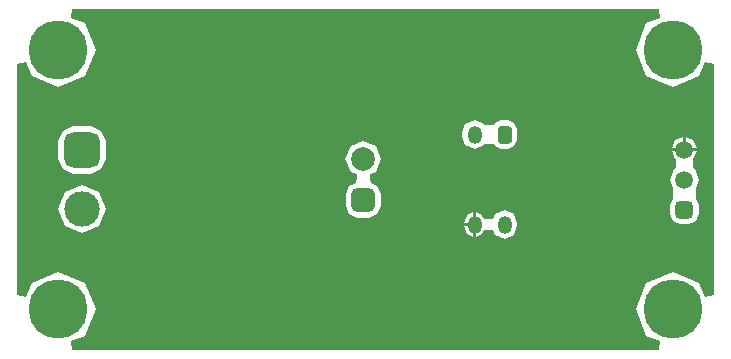
<source format=gbl>
G04*
G04 #@! TF.GenerationSoftware,Altium Limited,Altium Designer,21.2.1 (34)*
G04*
G04 Layer_Physical_Order=2*
G04 Layer_Color=16711680*
%FSTAX24Y24*%
%MOIN*%
G70*
G04*
G04 #@! TF.SameCoordinates,4D214268-C68C-41DA-8F6C-8B02532A8417*
G04*
G04*
G04 #@! TF.FilePolarity,Positive*
G04*
G01*
G75*
%ADD38O,0.0472X0.0591*%
G04:AMPARAMS|DCode=39|XSize=59.1mil|YSize=47.2mil|CornerRadius=11.8mil|HoleSize=0mil|Usage=FLASHONLY|Rotation=270.000|XOffset=0mil|YOffset=0mil|HoleType=Round|Shape=RoundedRectangle|*
%AMROUNDEDRECTD39*
21,1,0.0591,0.0236,0,0,270.0*
21,1,0.0354,0.0472,0,0,270.0*
1,1,0.0236,-0.0118,-0.0177*
1,1,0.0236,-0.0118,0.0177*
1,1,0.0236,0.0118,0.0177*
1,1,0.0236,0.0118,-0.0177*
%
%ADD39ROUNDEDRECTD39*%
G04:AMPARAMS|DCode=40|XSize=118.1mil|YSize=118.1mil|CornerRadius=29.5mil|HoleSize=0mil|Usage=FLASHONLY|Rotation=90.000|XOffset=0mil|YOffset=0mil|HoleType=Round|Shape=RoundedRectangle|*
%AMROUNDEDRECTD40*
21,1,0.1181,0.0591,0,0,90.0*
21,1,0.0591,0.1181,0,0,90.0*
1,1,0.0591,0.0295,0.0295*
1,1,0.0591,0.0295,-0.0295*
1,1,0.0591,-0.0295,-0.0295*
1,1,0.0591,-0.0295,0.0295*
%
%ADD40ROUNDEDRECTD40*%
%ADD41C,0.1181*%
G04:AMPARAMS|DCode=42|XSize=78.7mil|YSize=78.7mil|CornerRadius=19.7mil|HoleSize=0mil|Usage=FLASHONLY|Rotation=270.000|XOffset=0mil|YOffset=0mil|HoleType=Round|Shape=RoundedRectangle|*
%AMROUNDEDRECTD42*
21,1,0.0787,0.0394,0,0,270.0*
21,1,0.0394,0.0787,0,0,270.0*
1,1,0.0394,-0.0197,-0.0197*
1,1,0.0394,-0.0197,0.0197*
1,1,0.0394,0.0197,0.0197*
1,1,0.0394,0.0197,-0.0197*
%
%ADD42ROUNDEDRECTD42*%
%ADD43C,0.0787*%
%ADD44C,0.0591*%
G04:AMPARAMS|DCode=45|XSize=59.1mil|YSize=59.1mil|CornerRadius=14.8mil|HoleSize=0mil|Usage=FLASHONLY|Rotation=90.000|XOffset=0mil|YOffset=0mil|HoleType=Round|Shape=RoundedRectangle|*
%AMROUNDEDRECTD45*
21,1,0.0591,0.0295,0,0,90.0*
21,1,0.0295,0.0591,0,0,90.0*
1,1,0.0295,0.0148,0.0148*
1,1,0.0295,0.0148,-0.0148*
1,1,0.0295,-0.0148,-0.0148*
1,1,0.0295,-0.0148,0.0148*
%
%ADD45ROUNDEDRECTD45*%
%ADD46C,0.1969*%
G36*
X049197Y044767D02*
X048732Y044575D01*
X04837Y043701D01*
X048732Y042827D01*
X049606Y042465D01*
X05048Y042827D01*
X050673Y043292D01*
X050973Y043232D01*
Y035508D01*
X050673Y035448D01*
X05048Y035913D01*
X049606Y036275D01*
X048732Y035913D01*
X04837Y035039D01*
X048732Y034166D01*
X049197Y033973D01*
X049138Y033673D01*
X029602D01*
X029543Y033973D01*
X030008Y034166D01*
X03037Y035039D01*
X030008Y035913D01*
X029134Y036275D01*
X02826Y035913D01*
X028067Y035448D01*
X027767Y035508D01*
Y043232D01*
X028067Y043292D01*
X02826Y042827D01*
X029134Y042465D01*
X030008Y042827D01*
X03037Y043701D01*
X030008Y044575D01*
X029543Y044767D01*
X029602Y045067D01*
X049138D01*
X049197Y044767D01*
D02*
G37*
%LPC*%
G36*
X05005Y040777D02*
Y04042D01*
X050407D01*
X050303Y040673D01*
X05005Y040777D01*
D02*
G37*
G36*
X04995Y040777D02*
X049697Y040673D01*
X049593Y04042D01*
X04995D01*
Y040777D01*
D02*
G37*
G36*
X043004Y041355D02*
X042703Y04123D01*
X042578Y040929D01*
Y040811D01*
X042703Y04051D01*
X043004Y040385D01*
X043305Y04051D01*
X043322Y04055D01*
X043647D01*
X043675Y040482D01*
X043886Y040395D01*
X044122D01*
X044333Y040482D01*
X04442Y040693D01*
Y041047D01*
X044333Y041258D01*
X044122Y041346D01*
X043886D01*
X043675Y041258D01*
X043647Y04119D01*
X043322D01*
X043305Y04123D01*
X043004Y041355D01*
D02*
G37*
G36*
X030217Y04114D02*
X029626D01*
X029279Y040996D01*
X029136Y04065D01*
Y040059D01*
X029279Y039713D01*
X029626Y039569D01*
X030217D01*
X030563Y039713D01*
X030707Y040059D01*
Y04065D01*
X030563Y040996D01*
X030217Y04114D01*
D02*
G37*
G36*
X039298Y040656D02*
X038876Y040481D01*
X038702Y040059D01*
X038876Y039637D01*
X03908Y039553D01*
X03909Y039423D01*
X039051Y03924D01*
X03883Y039149D01*
X038718Y038878D01*
Y038484D01*
X03883Y038213D01*
X039102Y038101D01*
X039495D01*
X039766Y038213D01*
X039879Y038484D01*
Y038878D01*
X039766Y039149D01*
X039546Y03924D01*
X039507Y039423D01*
X039516Y039553D01*
X03972Y039637D01*
X039895Y040059D01*
X03972Y040481D01*
X039298Y040656D01*
D02*
G37*
G36*
X044004Y038355D02*
X043703Y03823D01*
X043635Y038068D01*
X04331Y038068D01*
X043269Y038167D01*
X043261Y038186D01*
X043054Y038272D01*
Y03787D01*
Y037468D01*
X043261Y037554D01*
X04331Y037672D01*
X043635Y037672D01*
X043703Y03751D01*
X044004Y037385D01*
X044305Y03751D01*
X04443Y037811D01*
Y037929D01*
X044305Y03823D01*
X044004Y038355D01*
D02*
G37*
G36*
X042954Y038272D02*
X042747Y038186D01*
X042738Y038167D01*
X04264Y037929D01*
Y03792D01*
X042954D01*
Y038272D01*
D02*
G37*
G36*
X050407Y04032D02*
X05D01*
X049593D01*
X049697Y040068D01*
X049707Y040064D01*
Y039739D01*
X049653Y039717D01*
X04951Y03937D01*
X04963Y039081D01*
X049619Y038765D01*
X049617Y038746D01*
X049605Y038719D01*
X049522Y038518D01*
Y038222D01*
X049619Y037989D01*
X049852Y037892D01*
X050148D01*
X050381Y037989D01*
X050478Y038222D01*
Y038518D01*
X050395Y038719D01*
X050383Y038746D01*
X050381Y038765D01*
X05037Y039081D01*
X05049Y03937D01*
X050347Y039717D01*
X050293Y039739D01*
Y040064D01*
X050303Y040068D01*
X050407Y04032D01*
D02*
G37*
G36*
X029921Y039196D02*
X029349Y038958D01*
X029112Y038386D01*
X029349Y037813D01*
X029921Y037576D01*
X030494Y037813D01*
X030731Y038386D01*
X030494Y038958D01*
X029921Y039196D01*
D02*
G37*
G36*
X042954Y03782D02*
X04264D01*
Y037811D01*
X042747Y037554D01*
X042954Y037468D01*
Y03782D01*
D02*
G37*
%LPD*%
D38*
X044004Y03787D02*
D03*
X043004D02*
D03*
Y04087D02*
D03*
D39*
X044004D02*
D03*
D40*
X029921Y040354D02*
D03*
D41*
Y038386D02*
D03*
D42*
X039298Y038681D02*
D03*
D43*
Y040059D02*
D03*
D44*
X05Y04037D02*
D03*
Y03937D02*
D03*
D45*
Y03837D02*
D03*
D46*
X029134Y035039D02*
D03*
X029134Y043701D02*
D03*
X049606Y043701D02*
D03*
Y035039D02*
D03*
M02*

</source>
